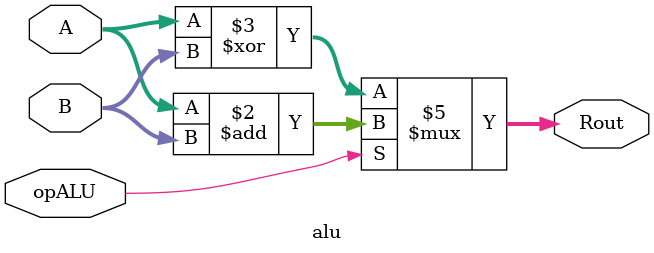
<source format=v>
module alu(
 A,
 B,
 opALU,
 Rout
);

input [15:0] A;
input [15:0] B;
input opALU;
output reg [15:0] Rout;

always @(*)
begin
	if (opALU) Rout <= A + B;
	else Rout <= A^B;
end
endmodule 

</source>
